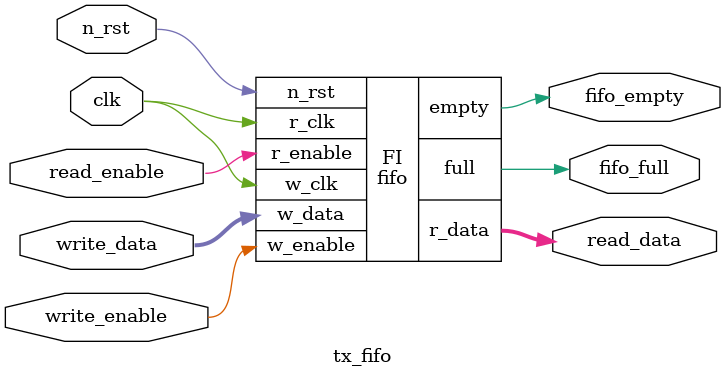
<source format=v>

module fiforam ( wclk, wenable, waddr, raddr, wdata, rdata );
  input [2:0] waddr;
  input [2:0] raddr;
  input [7:0] wdata;
  output [7:0] rdata;
  input wclk, wenable;
  wire   \fiforeg[0][7] , \fiforeg[0][6] , \fiforeg[0][5] , \fiforeg[0][4] ,
         \fiforeg[0][3] , \fiforeg[0][2] , \fiforeg[0][1] , \fiforeg[0][0] ,
         \fiforeg[1][7] , \fiforeg[1][6] , \fiforeg[1][5] , \fiforeg[1][4] ,
         \fiforeg[1][3] , \fiforeg[1][2] , \fiforeg[1][1] , \fiforeg[1][0] ,
         \fiforeg[2][7] , \fiforeg[2][6] , \fiforeg[2][5] , \fiforeg[2][4] ,
         \fiforeg[2][3] , \fiforeg[2][2] , \fiforeg[2][1] , \fiforeg[2][0] ,
         \fiforeg[3][7] , \fiforeg[3][6] , \fiforeg[3][5] , \fiforeg[3][4] ,
         \fiforeg[3][3] , \fiforeg[3][2] , \fiforeg[3][1] , \fiforeg[3][0] ,
         \fiforeg[4][7] , \fiforeg[4][6] , \fiforeg[4][5] , \fiforeg[4][4] ,
         \fiforeg[4][3] , \fiforeg[4][2] , \fiforeg[4][1] , \fiforeg[4][0] ,
         \fiforeg[5][7] , \fiforeg[5][6] , \fiforeg[5][5] , \fiforeg[5][4] ,
         \fiforeg[5][3] , \fiforeg[5][2] , \fiforeg[5][1] , \fiforeg[5][0] ,
         \fiforeg[6][7] , \fiforeg[6][6] , \fiforeg[6][5] , \fiforeg[6][4] ,
         \fiforeg[6][3] , \fiforeg[6][2] , \fiforeg[6][1] , \fiforeg[6][0] ,
         \fiforeg[7][7] , \fiforeg[7][6] , \fiforeg[7][5] , \fiforeg[7][4] ,
         \fiforeg[7][3] , \fiforeg[7][2] , \fiforeg[7][1] , \fiforeg[7][0] ,
         n212, n213, n214, n215, n216, n217, n218, n219, n220, n221, n222,
         n223, n224, n225, n226, n227, n228, n229, n230, n231, n232, n233,
         n234, n235, n236, n237, n238, n239, n240, n241, n242, n243, n244,
         n245, n246, n247, n248, n249, n250, n251, n252, n253, n254, n255,
         n256, n257, n258, n259, n260, n261, n262, n263, n264, n265, n266,
         n267, n268, n269, n270, n271, n272, n273, n274, n275, n1, n2, n3, n4,
         n5, n6, n7, n8, n9, n10, n11, n12, n13, n14, n15, n16, n17, n18, n19,
         n20, n21, n22, n23, n24, n25, n26, n27, n28, n29, n30, n31, n32, n33,
         n34, n35, n36, n37, n38, n39, n40, n41, n42, n43, n44, n45, n46, n47,
         n48, n49, n50, n51, n52, n53, n54, n55, n56, n57, n58, n59, n60, n61,
         n62, n63, n64, n65, n66, n67, n68, n69, n70, n71, n72, n73, n74, n75,
         n76, n77, n78, n79, n80, n81, n82, n83, n84, n85, n86, n87, n88, n89,
         n90, n91, n92, n93, n94, n95, n96, n97, n98, n99, n100, n101, n102,
         n103, n104, n105, n106, n107, n108, n109, n110, n111, n112, n113,
         n114, n115, n116, n117, n118, n119, n120, n121, n122, n123, n124,
         n125, n126, n127, n128, n129, n130, n131, n132, n133, n134, n135,
         n136, n137, n138, n139, n140, n141, n142, n143, n144, n145, n146,
         n147, n148, n149, n150, n151, n152, n153, n154, n155, n156, n157,
         n158, n159, n160, n161, n162, n163, n164, n165, n166, n167, n168,
         n169, n170, n171, n172, n173, n174, n175, n176, n177, n178, n179,
         n180, n181, n182, n183, n184, n185, n186, n187, n188, n189, n190,
         n191, n192, n193, n194;

  DFFPOSX1 \fiforeg_reg[7][7]  ( .D(n212), .CLK(wclk), .Q(\fiforeg[7][7] ) );
  DFFPOSX1 \fiforeg_reg[6][7]  ( .D(n213), .CLK(wclk), .Q(\fiforeg[6][7] ) );
  DFFPOSX1 \fiforeg_reg[5][7]  ( .D(n214), .CLK(wclk), .Q(\fiforeg[5][7] ) );
  DFFPOSX1 \fiforeg_reg[4][7]  ( .D(n215), .CLK(wclk), .Q(\fiforeg[4][7] ) );
  DFFPOSX1 \fiforeg_reg[3][7]  ( .D(n216), .CLK(wclk), .Q(\fiforeg[3][7] ) );
  DFFPOSX1 \fiforeg_reg[2][7]  ( .D(n217), .CLK(wclk), .Q(\fiforeg[2][7] ) );
  DFFPOSX1 \fiforeg_reg[1][7]  ( .D(n218), .CLK(wclk), .Q(\fiforeg[1][7] ) );
  DFFPOSX1 \fiforeg_reg[0][7]  ( .D(n219), .CLK(wclk), .Q(\fiforeg[0][7] ) );
  DFFPOSX1 \fiforeg_reg[7][6]  ( .D(n220), .CLK(wclk), .Q(\fiforeg[7][6] ) );
  DFFPOSX1 \fiforeg_reg[6][6]  ( .D(n221), .CLK(wclk), .Q(\fiforeg[6][6] ) );
  DFFPOSX1 \fiforeg_reg[5][6]  ( .D(n222), .CLK(wclk), .Q(\fiforeg[5][6] ) );
  DFFPOSX1 \fiforeg_reg[4][6]  ( .D(n223), .CLK(wclk), .Q(\fiforeg[4][6] ) );
  DFFPOSX1 \fiforeg_reg[3][6]  ( .D(n224), .CLK(wclk), .Q(\fiforeg[3][6] ) );
  DFFPOSX1 \fiforeg_reg[2][6]  ( .D(n225), .CLK(wclk), .Q(\fiforeg[2][6] ) );
  DFFPOSX1 \fiforeg_reg[1][6]  ( .D(n226), .CLK(wclk), .Q(\fiforeg[1][6] ) );
  DFFPOSX1 \fiforeg_reg[0][6]  ( .D(n227), .CLK(wclk), .Q(\fiforeg[0][6] ) );
  DFFPOSX1 \fiforeg_reg[7][5]  ( .D(n228), .CLK(wclk), .Q(\fiforeg[7][5] ) );
  DFFPOSX1 \fiforeg_reg[6][5]  ( .D(n229), .CLK(wclk), .Q(\fiforeg[6][5] ) );
  DFFPOSX1 \fiforeg_reg[5][5]  ( .D(n230), .CLK(wclk), .Q(\fiforeg[5][5] ) );
  DFFPOSX1 \fiforeg_reg[4][5]  ( .D(n231), .CLK(wclk), .Q(\fiforeg[4][5] ) );
  DFFPOSX1 \fiforeg_reg[3][5]  ( .D(n232), .CLK(wclk), .Q(\fiforeg[3][5] ) );
  DFFPOSX1 \fiforeg_reg[2][5]  ( .D(n233), .CLK(wclk), .Q(\fiforeg[2][5] ) );
  DFFPOSX1 \fiforeg_reg[1][5]  ( .D(n234), .CLK(wclk), .Q(\fiforeg[1][5] ) );
  DFFPOSX1 \fiforeg_reg[0][5]  ( .D(n235), .CLK(wclk), .Q(\fiforeg[0][5] ) );
  DFFPOSX1 \fiforeg_reg[7][4]  ( .D(n236), .CLK(wclk), .Q(\fiforeg[7][4] ) );
  DFFPOSX1 \fiforeg_reg[6][4]  ( .D(n237), .CLK(wclk), .Q(\fiforeg[6][4] ) );
  DFFPOSX1 \fiforeg_reg[5][4]  ( .D(n238), .CLK(wclk), .Q(\fiforeg[5][4] ) );
  DFFPOSX1 \fiforeg_reg[4][4]  ( .D(n239), .CLK(wclk), .Q(\fiforeg[4][4] ) );
  DFFPOSX1 \fiforeg_reg[3][4]  ( .D(n240), .CLK(wclk), .Q(\fiforeg[3][4] ) );
  DFFPOSX1 \fiforeg_reg[2][4]  ( .D(n241), .CLK(wclk), .Q(\fiforeg[2][4] ) );
  DFFPOSX1 \fiforeg_reg[1][4]  ( .D(n242), .CLK(wclk), .Q(\fiforeg[1][4] ) );
  DFFPOSX1 \fiforeg_reg[0][4]  ( .D(n243), .CLK(wclk), .Q(\fiforeg[0][4] ) );
  DFFPOSX1 \fiforeg_reg[7][3]  ( .D(n244), .CLK(wclk), .Q(\fiforeg[7][3] ) );
  DFFPOSX1 \fiforeg_reg[6][3]  ( .D(n245), .CLK(wclk), .Q(\fiforeg[6][3] ) );
  DFFPOSX1 \fiforeg_reg[5][3]  ( .D(n246), .CLK(wclk), .Q(\fiforeg[5][3] ) );
  DFFPOSX1 \fiforeg_reg[4][3]  ( .D(n247), .CLK(wclk), .Q(\fiforeg[4][3] ) );
  DFFPOSX1 \fiforeg_reg[3][3]  ( .D(n248), .CLK(wclk), .Q(\fiforeg[3][3] ) );
  DFFPOSX1 \fiforeg_reg[2][3]  ( .D(n249), .CLK(wclk), .Q(\fiforeg[2][3] ) );
  DFFPOSX1 \fiforeg_reg[1][3]  ( .D(n250), .CLK(wclk), .Q(\fiforeg[1][3] ) );
  DFFPOSX1 \fiforeg_reg[0][3]  ( .D(n251), .CLK(wclk), .Q(\fiforeg[0][3] ) );
  DFFPOSX1 \fiforeg_reg[7][2]  ( .D(n252), .CLK(wclk), .Q(\fiforeg[7][2] ) );
  DFFPOSX1 \fiforeg_reg[6][2]  ( .D(n253), .CLK(wclk), .Q(\fiforeg[6][2] ) );
  DFFPOSX1 \fiforeg_reg[5][2]  ( .D(n254), .CLK(wclk), .Q(\fiforeg[5][2] ) );
  DFFPOSX1 \fiforeg_reg[4][2]  ( .D(n255), .CLK(wclk), .Q(\fiforeg[4][2] ) );
  DFFPOSX1 \fiforeg_reg[3][2]  ( .D(n256), .CLK(wclk), .Q(\fiforeg[3][2] ) );
  DFFPOSX1 \fiforeg_reg[2][2]  ( .D(n257), .CLK(wclk), .Q(\fiforeg[2][2] ) );
  DFFPOSX1 \fiforeg_reg[1][2]  ( .D(n258), .CLK(wclk), .Q(\fiforeg[1][2] ) );
  DFFPOSX1 \fiforeg_reg[0][2]  ( .D(n259), .CLK(wclk), .Q(\fiforeg[0][2] ) );
  DFFPOSX1 \fiforeg_reg[7][1]  ( .D(n260), .CLK(wclk), .Q(\fiforeg[7][1] ) );
  DFFPOSX1 \fiforeg_reg[6][1]  ( .D(n261), .CLK(wclk), .Q(\fiforeg[6][1] ) );
  DFFPOSX1 \fiforeg_reg[5][1]  ( .D(n262), .CLK(wclk), .Q(\fiforeg[5][1] ) );
  DFFPOSX1 \fiforeg_reg[4][1]  ( .D(n263), .CLK(wclk), .Q(\fiforeg[4][1] ) );
  DFFPOSX1 \fiforeg_reg[3][1]  ( .D(n264), .CLK(wclk), .Q(\fiforeg[3][1] ) );
  DFFPOSX1 \fiforeg_reg[2][1]  ( .D(n265), .CLK(wclk), .Q(\fiforeg[2][1] ) );
  DFFPOSX1 \fiforeg_reg[1][1]  ( .D(n266), .CLK(wclk), .Q(\fiforeg[1][1] ) );
  DFFPOSX1 \fiforeg_reg[0][1]  ( .D(n267), .CLK(wclk), .Q(\fiforeg[0][1] ) );
  DFFPOSX1 \fiforeg_reg[7][0]  ( .D(n275), .CLK(wclk), .Q(\fiforeg[7][0] ) );
  DFFPOSX1 \fiforeg_reg[6][0]  ( .D(n268), .CLK(wclk), .Q(\fiforeg[6][0] ) );
  DFFPOSX1 \fiforeg_reg[5][0]  ( .D(n269), .CLK(wclk), .Q(\fiforeg[5][0] ) );
  DFFPOSX1 \fiforeg_reg[4][0]  ( .D(n270), .CLK(wclk), .Q(\fiforeg[4][0] ) );
  DFFPOSX1 \fiforeg_reg[3][0]  ( .D(n271), .CLK(wclk), .Q(\fiforeg[3][0] ) );
  DFFPOSX1 \fiforeg_reg[2][0]  ( .D(n272), .CLK(wclk), .Q(\fiforeg[2][0] ) );
  DFFPOSX1 \fiforeg_reg[1][0]  ( .D(n273), .CLK(wclk), .Q(\fiforeg[1][0] ) );
  DFFPOSX1 \fiforeg_reg[0][0]  ( .D(n274), .CLK(wclk), .Q(\fiforeg[0][0] ) );
  BUFX2 U2 ( .A(n98), .Y(n1) );
  BUFX2 U3 ( .A(n96), .Y(n2) );
  BUFX2 U4 ( .A(n97), .Y(n3) );
  BUFX2 U5 ( .A(n95), .Y(n4) );
  NAND3X1 U6 ( .A(n5), .B(n6), .C(n7), .Y(rdata[7]) );
  NOR2X1 U7 ( .A(n8), .B(n9), .Y(n7) );
  OAI22X1 U8 ( .A(n10), .B(n11), .C(n12), .D(n13), .Y(n9) );
  OAI22X1 U9 ( .A(n14), .B(n15), .C(n16), .D(n17), .Y(n8) );
  AOI22X1 U10 ( .A(\fiforeg[5][7] ), .B(n18), .C(\fiforeg[4][7] ), .D(n19), 
        .Y(n6) );
  AOI22X1 U11 ( .A(\fiforeg[7][7] ), .B(n20), .C(\fiforeg[6][7] ), .D(n21), 
        .Y(n5) );
  NAND3X1 U12 ( .A(n22), .B(n23), .C(n24), .Y(rdata[6]) );
  NOR2X1 U13 ( .A(n25), .B(n26), .Y(n24) );
  OAI22X1 U14 ( .A(n10), .B(n27), .C(n12), .D(n28), .Y(n26) );
  OAI22X1 U15 ( .A(n14), .B(n29), .C(n16), .D(n30), .Y(n25) );
  AOI22X1 U16 ( .A(\fiforeg[5][6] ), .B(n18), .C(\fiforeg[4][6] ), .D(n19), 
        .Y(n23) );
  AOI22X1 U17 ( .A(\fiforeg[7][6] ), .B(n20), .C(\fiforeg[6][6] ), .D(n21), 
        .Y(n22) );
  NAND3X1 U18 ( .A(n31), .B(n32), .C(n33), .Y(rdata[5]) );
  NOR2X1 U19 ( .A(n34), .B(n35), .Y(n33) );
  OAI22X1 U20 ( .A(n10), .B(n36), .C(n12), .D(n37), .Y(n35) );
  OAI22X1 U21 ( .A(n14), .B(n38), .C(n16), .D(n39), .Y(n34) );
  AOI22X1 U22 ( .A(\fiforeg[5][5] ), .B(n18), .C(\fiforeg[4][5] ), .D(n19), 
        .Y(n32) );
  AOI22X1 U23 ( .A(\fiforeg[7][5] ), .B(n20), .C(\fiforeg[6][5] ), .D(n21), 
        .Y(n31) );
  NAND3X1 U24 ( .A(n40), .B(n41), .C(n42), .Y(rdata[4]) );
  NOR2X1 U25 ( .A(n43), .B(n44), .Y(n42) );
  OAI22X1 U26 ( .A(n10), .B(n45), .C(n12), .D(n46), .Y(n44) );
  OAI22X1 U27 ( .A(n14), .B(n47), .C(n16), .D(n48), .Y(n43) );
  AOI22X1 U28 ( .A(\fiforeg[5][4] ), .B(n18), .C(\fiforeg[4][4] ), .D(n19), 
        .Y(n41) );
  AOI22X1 U29 ( .A(\fiforeg[7][4] ), .B(n20), .C(\fiforeg[6][4] ), .D(n21), 
        .Y(n40) );
  NAND3X1 U30 ( .A(n49), .B(n50), .C(n51), .Y(rdata[3]) );
  NOR2X1 U31 ( .A(n52), .B(n53), .Y(n51) );
  OAI22X1 U32 ( .A(n10), .B(n54), .C(n12), .D(n55), .Y(n53) );
  OAI22X1 U33 ( .A(n14), .B(n56), .C(n16), .D(n57), .Y(n52) );
  AOI22X1 U34 ( .A(\fiforeg[5][3] ), .B(n18), .C(\fiforeg[4][3] ), .D(n19), 
        .Y(n50) );
  AOI22X1 U35 ( .A(\fiforeg[7][3] ), .B(n20), .C(\fiforeg[6][3] ), .D(n21), 
        .Y(n49) );
  NAND3X1 U36 ( .A(n58), .B(n59), .C(n60), .Y(rdata[2]) );
  NOR2X1 U37 ( .A(n61), .B(n62), .Y(n60) );
  OAI22X1 U38 ( .A(n10), .B(n63), .C(n12), .D(n64), .Y(n62) );
  OAI22X1 U39 ( .A(n14), .B(n65), .C(n16), .D(n66), .Y(n61) );
  AOI22X1 U40 ( .A(\fiforeg[5][2] ), .B(n18), .C(\fiforeg[4][2] ), .D(n19), 
        .Y(n59) );
  AOI22X1 U41 ( .A(\fiforeg[7][2] ), .B(n20), .C(\fiforeg[6][2] ), .D(n21), 
        .Y(n58) );
  NAND3X1 U42 ( .A(n67), .B(n68), .C(n69), .Y(rdata[1]) );
  NOR2X1 U43 ( .A(n70), .B(n71), .Y(n69) );
  OAI22X1 U44 ( .A(n10), .B(n72), .C(n12), .D(n73), .Y(n71) );
  OAI22X1 U45 ( .A(n14), .B(n74), .C(n16), .D(n75), .Y(n70) );
  AOI22X1 U46 ( .A(\fiforeg[5][1] ), .B(n18), .C(\fiforeg[4][1] ), .D(n19), 
        .Y(n68) );
  AOI22X1 U47 ( .A(\fiforeg[7][1] ), .B(n20), .C(\fiforeg[6][1] ), .D(n21), 
        .Y(n67) );
  NAND3X1 U48 ( .A(n76), .B(n77), .C(n78), .Y(rdata[0]) );
  NOR2X1 U49 ( .A(n79), .B(n80), .Y(n78) );
  OAI22X1 U50 ( .A(n10), .B(n81), .C(n12), .D(n82), .Y(n80) );
  NAND3X1 U51 ( .A(n83), .B(n84), .C(n85), .Y(n12) );
  NAND3X1 U52 ( .A(n83), .B(n84), .C(raddr[0]), .Y(n10) );
  OAI22X1 U53 ( .A(n14), .B(n86), .C(n16), .D(n87), .Y(n79) );
  NAND3X1 U54 ( .A(n85), .B(n84), .C(raddr[1]), .Y(n16) );
  NAND3X1 U55 ( .A(raddr[0]), .B(n84), .C(raddr[1]), .Y(n14) );
  INVX1 U56 ( .A(raddr[2]), .Y(n84) );
  AOI22X1 U57 ( .A(\fiforeg[5][0] ), .B(n18), .C(\fiforeg[4][0] ), .D(n19), 
        .Y(n77) );
  INVX1 U58 ( .A(n88), .Y(n19) );
  NAND3X1 U59 ( .A(n85), .B(n83), .C(raddr[2]), .Y(n88) );
  INVX1 U60 ( .A(n89), .Y(n18) );
  NAND3X1 U61 ( .A(raddr[0]), .B(n83), .C(raddr[2]), .Y(n89) );
  INVX1 U62 ( .A(raddr[1]), .Y(n83) );
  AOI22X1 U63 ( .A(\fiforeg[7][0] ), .B(n20), .C(\fiforeg[6][0] ), .D(n21), 
        .Y(n76) );
  INVX1 U64 ( .A(n90), .Y(n21) );
  NAND3X1 U65 ( .A(raddr[2]), .B(n85), .C(raddr[1]), .Y(n90) );
  INVX1 U66 ( .A(raddr[0]), .Y(n85) );
  INVX1 U67 ( .A(n91), .Y(n20) );
  NAND3X1 U68 ( .A(raddr[2]), .B(raddr[0]), .C(raddr[1]), .Y(n91) );
  MUX2X1 U69 ( .B(n92), .A(n93), .S(n94), .Y(n275) );
  INVX1 U70 ( .A(\fiforeg[7][0] ), .Y(n93) );
  MUX2X1 U71 ( .B(n92), .A(n82), .S(n4), .Y(n274) );
  MUX2X1 U72 ( .B(n92), .A(n81), .S(n2), .Y(n273) );
  MUX2X1 U73 ( .B(n92), .A(n87), .S(n3), .Y(n272) );
  MUX2X1 U74 ( .B(n92), .A(n86), .S(n1), .Y(n271) );
  MUX2X1 U75 ( .B(n92), .A(n99), .S(n100), .Y(n270) );
  INVX1 U76 ( .A(\fiforeg[4][0] ), .Y(n99) );
  MUX2X1 U77 ( .B(n92), .A(n101), .S(n102), .Y(n269) );
  INVX1 U78 ( .A(\fiforeg[5][0] ), .Y(n101) );
  MUX2X1 U79 ( .B(n92), .A(n103), .S(n104), .Y(n268) );
  INVX1 U80 ( .A(\fiforeg[6][0] ), .Y(n103) );
  MUX2X1 U81 ( .B(n105), .A(wdata[0]), .S(wenable), .Y(n92) );
  NAND3X1 U82 ( .A(n106), .B(n107), .C(n108), .Y(n105) );
  NOR2X1 U83 ( .A(n109), .B(n110), .Y(n108) );
  OAI22X1 U84 ( .A(n81), .B(n2), .C(n82), .D(n4), .Y(n110) );
  INVX1 U85 ( .A(\fiforeg[0][0] ), .Y(n82) );
  INVX1 U86 ( .A(\fiforeg[1][0] ), .Y(n81) );
  OAI22X1 U87 ( .A(n86), .B(n1), .C(n87), .D(n3), .Y(n109) );
  INVX1 U88 ( .A(\fiforeg[2][0] ), .Y(n87) );
  INVX1 U89 ( .A(\fiforeg[3][0] ), .Y(n86) );
  AOI22X1 U90 ( .A(n111), .B(\fiforeg[6][0] ), .C(n112), .D(\fiforeg[4][0] ), 
        .Y(n107) );
  AOI22X1 U91 ( .A(n113), .B(\fiforeg[5][0] ), .C(n114), .D(\fiforeg[7][0] ), 
        .Y(n106) );
  MUX2X1 U92 ( .B(n115), .A(n73), .S(n4), .Y(n267) );
  MUX2X1 U93 ( .B(n115), .A(n72), .S(n2), .Y(n266) );
  MUX2X1 U94 ( .B(n115), .A(n75), .S(n3), .Y(n265) );
  MUX2X1 U95 ( .B(n115), .A(n74), .S(n1), .Y(n264) );
  MUX2X1 U96 ( .B(n115), .A(n116), .S(n100), .Y(n263) );
  INVX1 U97 ( .A(\fiforeg[4][1] ), .Y(n116) );
  MUX2X1 U98 ( .B(n115), .A(n117), .S(n102), .Y(n262) );
  INVX1 U99 ( .A(\fiforeg[5][1] ), .Y(n117) );
  MUX2X1 U100 ( .B(n115), .A(n118), .S(n104), .Y(n261) );
  INVX1 U101 ( .A(\fiforeg[6][1] ), .Y(n118) );
  MUX2X1 U102 ( .B(n115), .A(n119), .S(n94), .Y(n260) );
  INVX1 U103 ( .A(\fiforeg[7][1] ), .Y(n119) );
  MUX2X1 U104 ( .B(n120), .A(wdata[1]), .S(wenable), .Y(n115) );
  NAND3X1 U105 ( .A(n121), .B(n122), .C(n123), .Y(n120) );
  NOR2X1 U106 ( .A(n124), .B(n125), .Y(n123) );
  OAI22X1 U107 ( .A(n72), .B(n2), .C(n73), .D(n4), .Y(n125) );
  INVX1 U108 ( .A(\fiforeg[0][1] ), .Y(n73) );
  INVX1 U109 ( .A(\fiforeg[1][1] ), .Y(n72) );
  OAI22X1 U110 ( .A(n74), .B(n1), .C(n75), .D(n3), .Y(n124) );
  INVX1 U111 ( .A(\fiforeg[2][1] ), .Y(n75) );
  INVX1 U112 ( .A(\fiforeg[3][1] ), .Y(n74) );
  AOI22X1 U113 ( .A(n111), .B(\fiforeg[6][1] ), .C(n112), .D(\fiforeg[4][1] ), 
        .Y(n122) );
  AOI22X1 U114 ( .A(n113), .B(\fiforeg[5][1] ), .C(n114), .D(\fiforeg[7][1] ), 
        .Y(n121) );
  MUX2X1 U115 ( .B(n126), .A(n64), .S(n4), .Y(n259) );
  MUX2X1 U116 ( .B(n126), .A(n63), .S(n2), .Y(n258) );
  MUX2X1 U117 ( .B(n126), .A(n66), .S(n3), .Y(n257) );
  MUX2X1 U118 ( .B(n126), .A(n65), .S(n1), .Y(n256) );
  MUX2X1 U119 ( .B(n126), .A(n127), .S(n100), .Y(n255) );
  INVX1 U120 ( .A(\fiforeg[4][2] ), .Y(n127) );
  MUX2X1 U121 ( .B(n126), .A(n128), .S(n102), .Y(n254) );
  INVX1 U122 ( .A(\fiforeg[5][2] ), .Y(n128) );
  MUX2X1 U123 ( .B(n126), .A(n129), .S(n104), .Y(n253) );
  INVX1 U124 ( .A(\fiforeg[6][2] ), .Y(n129) );
  MUX2X1 U125 ( .B(n126), .A(n130), .S(n94), .Y(n252) );
  INVX1 U126 ( .A(\fiforeg[7][2] ), .Y(n130) );
  MUX2X1 U127 ( .B(n131), .A(wdata[2]), .S(wenable), .Y(n126) );
  NAND3X1 U128 ( .A(n132), .B(n133), .C(n134), .Y(n131) );
  NOR2X1 U129 ( .A(n135), .B(n136), .Y(n134) );
  OAI22X1 U130 ( .A(n63), .B(n2), .C(n64), .D(n4), .Y(n136) );
  INVX1 U131 ( .A(\fiforeg[0][2] ), .Y(n64) );
  INVX1 U132 ( .A(\fiforeg[1][2] ), .Y(n63) );
  OAI22X1 U133 ( .A(n65), .B(n1), .C(n66), .D(n3), .Y(n135) );
  INVX1 U134 ( .A(\fiforeg[2][2] ), .Y(n66) );
  INVX1 U135 ( .A(\fiforeg[3][2] ), .Y(n65) );
  AOI22X1 U136 ( .A(n111), .B(\fiforeg[6][2] ), .C(n112), .D(\fiforeg[4][2] ), 
        .Y(n133) );
  AOI22X1 U137 ( .A(n113), .B(\fiforeg[5][2] ), .C(n114), .D(\fiforeg[7][2] ), 
        .Y(n132) );
  MUX2X1 U138 ( .B(n137), .A(n55), .S(n4), .Y(n251) );
  MUX2X1 U139 ( .B(n137), .A(n54), .S(n2), .Y(n250) );
  MUX2X1 U140 ( .B(n137), .A(n57), .S(n3), .Y(n249) );
  MUX2X1 U141 ( .B(n137), .A(n56), .S(n1), .Y(n248) );
  MUX2X1 U142 ( .B(n137), .A(n138), .S(n100), .Y(n247) );
  INVX1 U143 ( .A(\fiforeg[4][3] ), .Y(n138) );
  MUX2X1 U144 ( .B(n137), .A(n139), .S(n102), .Y(n246) );
  INVX1 U145 ( .A(\fiforeg[5][3] ), .Y(n139) );
  MUX2X1 U146 ( .B(n137), .A(n140), .S(n104), .Y(n245) );
  INVX1 U147 ( .A(\fiforeg[6][3] ), .Y(n140) );
  MUX2X1 U148 ( .B(n137), .A(n141), .S(n94), .Y(n244) );
  INVX1 U149 ( .A(\fiforeg[7][3] ), .Y(n141) );
  MUX2X1 U150 ( .B(n142), .A(wdata[3]), .S(wenable), .Y(n137) );
  NAND3X1 U151 ( .A(n143), .B(n144), .C(n145), .Y(n142) );
  NOR2X1 U152 ( .A(n146), .B(n147), .Y(n145) );
  OAI22X1 U153 ( .A(n54), .B(n2), .C(n55), .D(n4), .Y(n147) );
  INVX1 U154 ( .A(\fiforeg[0][3] ), .Y(n55) );
  INVX1 U155 ( .A(\fiforeg[1][3] ), .Y(n54) );
  OAI22X1 U156 ( .A(n56), .B(n1), .C(n57), .D(n3), .Y(n146) );
  INVX1 U157 ( .A(\fiforeg[2][3] ), .Y(n57) );
  INVX1 U158 ( .A(\fiforeg[3][3] ), .Y(n56) );
  AOI22X1 U159 ( .A(n111), .B(\fiforeg[6][3] ), .C(n112), .D(\fiforeg[4][3] ), 
        .Y(n144) );
  AOI22X1 U160 ( .A(n113), .B(\fiforeg[5][3] ), .C(n114), .D(\fiforeg[7][3] ), 
        .Y(n143) );
  MUX2X1 U161 ( .B(n148), .A(n46), .S(n4), .Y(n243) );
  MUX2X1 U162 ( .B(n148), .A(n45), .S(n2), .Y(n242) );
  MUX2X1 U163 ( .B(n148), .A(n48), .S(n3), .Y(n241) );
  MUX2X1 U164 ( .B(n148), .A(n47), .S(n1), .Y(n240) );
  MUX2X1 U165 ( .B(n148), .A(n149), .S(n100), .Y(n239) );
  INVX1 U166 ( .A(\fiforeg[4][4] ), .Y(n149) );
  MUX2X1 U167 ( .B(n148), .A(n150), .S(n102), .Y(n238) );
  INVX1 U168 ( .A(\fiforeg[5][4] ), .Y(n150) );
  MUX2X1 U169 ( .B(n148), .A(n151), .S(n104), .Y(n237) );
  INVX1 U170 ( .A(\fiforeg[6][4] ), .Y(n151) );
  MUX2X1 U171 ( .B(n148), .A(n152), .S(n94), .Y(n236) );
  INVX1 U172 ( .A(\fiforeg[7][4] ), .Y(n152) );
  MUX2X1 U173 ( .B(n153), .A(wdata[4]), .S(wenable), .Y(n148) );
  NAND3X1 U174 ( .A(n154), .B(n155), .C(n156), .Y(n153) );
  NOR2X1 U175 ( .A(n157), .B(n158), .Y(n156) );
  OAI22X1 U176 ( .A(n45), .B(n2), .C(n46), .D(n4), .Y(n158) );
  INVX1 U177 ( .A(\fiforeg[0][4] ), .Y(n46) );
  INVX1 U178 ( .A(\fiforeg[1][4] ), .Y(n45) );
  OAI22X1 U179 ( .A(n47), .B(n1), .C(n48), .D(n3), .Y(n157) );
  INVX1 U180 ( .A(\fiforeg[2][4] ), .Y(n48) );
  INVX1 U181 ( .A(\fiforeg[3][4] ), .Y(n47) );
  AOI22X1 U182 ( .A(n111), .B(\fiforeg[6][4] ), .C(n112), .D(\fiforeg[4][4] ), 
        .Y(n155) );
  AOI22X1 U183 ( .A(n113), .B(\fiforeg[5][4] ), .C(n114), .D(\fiforeg[7][4] ), 
        .Y(n154) );
  MUX2X1 U184 ( .B(n159), .A(n37), .S(n4), .Y(n235) );
  MUX2X1 U185 ( .B(n159), .A(n36), .S(n2), .Y(n234) );
  MUX2X1 U186 ( .B(n159), .A(n39), .S(n3), .Y(n233) );
  MUX2X1 U187 ( .B(n159), .A(n38), .S(n1), .Y(n232) );
  MUX2X1 U188 ( .B(n159), .A(n160), .S(n100), .Y(n231) );
  INVX1 U189 ( .A(\fiforeg[4][5] ), .Y(n160) );
  MUX2X1 U190 ( .B(n159), .A(n161), .S(n102), .Y(n230) );
  INVX1 U191 ( .A(\fiforeg[5][5] ), .Y(n161) );
  MUX2X1 U192 ( .B(n159), .A(n162), .S(n104), .Y(n229) );
  INVX1 U193 ( .A(\fiforeg[6][5] ), .Y(n162) );
  MUX2X1 U194 ( .B(n159), .A(n163), .S(n94), .Y(n228) );
  INVX1 U195 ( .A(\fiforeg[7][5] ), .Y(n163) );
  MUX2X1 U196 ( .B(n164), .A(wdata[5]), .S(wenable), .Y(n159) );
  NAND3X1 U197 ( .A(n165), .B(n166), .C(n167), .Y(n164) );
  NOR2X1 U198 ( .A(n168), .B(n169), .Y(n167) );
  OAI22X1 U199 ( .A(n36), .B(n2), .C(n37), .D(n4), .Y(n169) );
  INVX1 U200 ( .A(\fiforeg[0][5] ), .Y(n37) );
  INVX1 U201 ( .A(\fiforeg[1][5] ), .Y(n36) );
  OAI22X1 U202 ( .A(n38), .B(n1), .C(n39), .D(n3), .Y(n168) );
  INVX1 U203 ( .A(\fiforeg[2][5] ), .Y(n39) );
  INVX1 U204 ( .A(\fiforeg[3][5] ), .Y(n38) );
  AOI22X1 U205 ( .A(n111), .B(\fiforeg[6][5] ), .C(n112), .D(\fiforeg[4][5] ), 
        .Y(n166) );
  AOI22X1 U206 ( .A(n113), .B(\fiforeg[5][5] ), .C(n114), .D(\fiforeg[7][5] ), 
        .Y(n165) );
  MUX2X1 U207 ( .B(n170), .A(n28), .S(n4), .Y(n227) );
  MUX2X1 U208 ( .B(n170), .A(n27), .S(n2), .Y(n226) );
  MUX2X1 U209 ( .B(n170), .A(n30), .S(n3), .Y(n225) );
  MUX2X1 U210 ( .B(n170), .A(n29), .S(n1), .Y(n224) );
  MUX2X1 U211 ( .B(n170), .A(n171), .S(n100), .Y(n223) );
  INVX1 U212 ( .A(\fiforeg[4][6] ), .Y(n171) );
  MUX2X1 U213 ( .B(n170), .A(n172), .S(n102), .Y(n222) );
  INVX1 U214 ( .A(\fiforeg[5][6] ), .Y(n172) );
  MUX2X1 U215 ( .B(n170), .A(n173), .S(n104), .Y(n221) );
  INVX1 U216 ( .A(\fiforeg[6][6] ), .Y(n173) );
  MUX2X1 U217 ( .B(n170), .A(n174), .S(n94), .Y(n220) );
  INVX1 U218 ( .A(\fiforeg[7][6] ), .Y(n174) );
  MUX2X1 U219 ( .B(n175), .A(wdata[6]), .S(wenable), .Y(n170) );
  NAND3X1 U220 ( .A(n176), .B(n177), .C(n178), .Y(n175) );
  NOR2X1 U221 ( .A(n179), .B(n180), .Y(n178) );
  OAI22X1 U222 ( .A(n27), .B(n2), .C(n28), .D(n4), .Y(n180) );
  INVX1 U223 ( .A(\fiforeg[0][6] ), .Y(n28) );
  INVX1 U224 ( .A(\fiforeg[1][6] ), .Y(n27) );
  OAI22X1 U225 ( .A(n29), .B(n1), .C(n30), .D(n3), .Y(n179) );
  INVX1 U226 ( .A(\fiforeg[2][6] ), .Y(n30) );
  INVX1 U227 ( .A(\fiforeg[3][6] ), .Y(n29) );
  AOI22X1 U228 ( .A(n111), .B(\fiforeg[6][6] ), .C(n112), .D(\fiforeg[4][6] ), 
        .Y(n177) );
  AOI22X1 U229 ( .A(n113), .B(\fiforeg[5][6] ), .C(n114), .D(\fiforeg[7][6] ), 
        .Y(n176) );
  MUX2X1 U230 ( .B(n181), .A(n13), .S(n4), .Y(n219) );
  MUX2X1 U231 ( .B(n181), .A(n11), .S(n2), .Y(n218) );
  MUX2X1 U232 ( .B(n181), .A(n17), .S(n3), .Y(n217) );
  MUX2X1 U233 ( .B(n181), .A(n15), .S(n1), .Y(n216) );
  MUX2X1 U234 ( .B(n181), .A(n182), .S(n100), .Y(n215) );
  INVX1 U235 ( .A(\fiforeg[4][7] ), .Y(n182) );
  MUX2X1 U236 ( .B(n181), .A(n183), .S(n102), .Y(n214) );
  INVX1 U237 ( .A(\fiforeg[5][7] ), .Y(n183) );
  MUX2X1 U238 ( .B(n181), .A(n184), .S(n104), .Y(n213) );
  INVX1 U239 ( .A(\fiforeg[6][7] ), .Y(n184) );
  MUX2X1 U240 ( .B(n181), .A(n185), .S(n94), .Y(n212) );
  INVX1 U241 ( .A(\fiforeg[7][7] ), .Y(n185) );
  MUX2X1 U242 ( .B(n186), .A(wdata[7]), .S(wenable), .Y(n181) );
  NAND3X1 U243 ( .A(n187), .B(n188), .C(n189), .Y(n186) );
  NOR2X1 U244 ( .A(n190), .B(n191), .Y(n189) );
  OAI22X1 U245 ( .A(n11), .B(n2), .C(n13), .D(n4), .Y(n191) );
  NAND3X1 U246 ( .A(n192), .B(n193), .C(n194), .Y(n95) );
  INVX1 U247 ( .A(\fiforeg[0][7] ), .Y(n13) );
  NAND3X1 U248 ( .A(n192), .B(n193), .C(waddr[0]), .Y(n96) );
  INVX1 U249 ( .A(\fiforeg[1][7] ), .Y(n11) );
  OAI22X1 U250 ( .A(n15), .B(n1), .C(n17), .D(n3), .Y(n190) );
  NAND3X1 U251 ( .A(n194), .B(n193), .C(waddr[1]), .Y(n97) );
  INVX1 U252 ( .A(\fiforeg[2][7] ), .Y(n17) );
  NAND3X1 U253 ( .A(waddr[0]), .B(n193), .C(waddr[1]), .Y(n98) );
  INVX1 U254 ( .A(waddr[2]), .Y(n193) );
  INVX1 U255 ( .A(\fiforeg[3][7] ), .Y(n15) );
  AOI22X1 U256 ( .A(n111), .B(\fiforeg[6][7] ), .C(n112), .D(\fiforeg[4][7] ), 
        .Y(n188) );
  INVX1 U257 ( .A(n100), .Y(n112) );
  NAND3X1 U258 ( .A(n194), .B(n192), .C(waddr[2]), .Y(n100) );
  INVX1 U259 ( .A(n104), .Y(n111) );
  NAND3X1 U260 ( .A(waddr[1]), .B(n194), .C(waddr[2]), .Y(n104) );
  INVX1 U261 ( .A(waddr[0]), .Y(n194) );
  AOI22X1 U262 ( .A(n113), .B(\fiforeg[5][7] ), .C(n114), .D(\fiforeg[7][7] ), 
        .Y(n187) );
  INVX1 U263 ( .A(n94), .Y(n114) );
  NAND3X1 U264 ( .A(waddr[1]), .B(waddr[0]), .C(waddr[2]), .Y(n94) );
  INVX1 U265 ( .A(n102), .Y(n113) );
  NAND3X1 U266 ( .A(waddr[0]), .B(n192), .C(waddr[2]), .Y(n102) );
  INVX1 U267 ( .A(waddr[1]), .Y(n192) );
endmodule


module write_ptr ( wclk, rst_n, wenable, wptr, wptr_nxt );
  output [3:0] wptr;
  output [3:0] wptr_nxt;
  input wclk, rst_n, wenable;
  wire   n9, n10, n11, n12;
  wire   [2:0] binary_nxt;
  wire   [3:0] binary_r;

  DFFSR \binary_r_reg[0]  ( .D(binary_nxt[0]), .CLK(wclk), .R(rst_n), .S(1'b1), 
        .Q(binary_r[0]) );
  DFFSR \binary_r_reg[1]  ( .D(binary_nxt[1]), .CLK(wclk), .R(rst_n), .S(1'b1), 
        .Q(binary_r[1]) );
  DFFSR \binary_r_reg[2]  ( .D(binary_nxt[2]), .CLK(wclk), .R(rst_n), .S(1'b1), 
        .Q(binary_r[2]) );
  DFFSR \binary_r_reg[3]  ( .D(wptr_nxt[3]), .CLK(wclk), .R(rst_n), .S(1'b1), 
        .Q(binary_r[3]) );
  DFFSR \gray_r_reg[3]  ( .D(wptr_nxt[3]), .CLK(wclk), .R(rst_n), .S(1'b1), 
        .Q(wptr[3]) );
  DFFSR \gray_r_reg[2]  ( .D(wptr_nxt[2]), .CLK(wclk), .R(rst_n), .S(1'b1), 
        .Q(wptr[2]) );
  DFFSR \gray_r_reg[1]  ( .D(wptr_nxt[1]), .CLK(wclk), .R(rst_n), .S(1'b1), 
        .Q(wptr[1]) );
  DFFSR \gray_r_reg[0]  ( .D(wptr_nxt[0]), .CLK(wclk), .R(rst_n), .S(1'b1), 
        .Q(wptr[0]) );
  XOR2X1 U11 ( .A(wptr_nxt[3]), .B(binary_nxt[2]), .Y(wptr_nxt[2]) );
  XNOR2X1 U12 ( .A(n9), .B(binary_r[3]), .Y(wptr_nxt[3]) );
  NAND2X1 U13 ( .A(binary_r[2]), .B(n10), .Y(n9) );
  XOR2X1 U14 ( .A(binary_nxt[2]), .B(binary_nxt[1]), .Y(wptr_nxt[1]) );
  XOR2X1 U15 ( .A(binary_nxt[1]), .B(binary_nxt[0]), .Y(wptr_nxt[0]) );
  XOR2X1 U16 ( .A(n10), .B(binary_r[2]), .Y(binary_nxt[2]) );
  INVX1 U17 ( .A(n11), .Y(n10) );
  NAND3X1 U18 ( .A(binary_r[1]), .B(binary_r[0]), .C(wenable), .Y(n11) );
  XNOR2X1 U19 ( .A(n12), .B(binary_r[1]), .Y(binary_nxt[1]) );
  NAND2X1 U20 ( .A(wenable), .B(binary_r[0]), .Y(n12) );
  XOR2X1 U21 ( .A(binary_r[0]), .B(wenable), .Y(binary_nxt[0]) );
endmodule


module write_fifo_ctrl ( wclk, rst_n, wenable, rptr, wenable_fifo, wptr, waddr, 
        full_flag );
  input [3:0] rptr;
  output [3:0] wptr;
  output [2:0] waddr;
  input wclk, rst_n, wenable;
  output wenable_fifo, full_flag;
  wire   n22, \gray_wptr[2] , N5, n2, n3, n16, n17, n18, n19, n20, n21;
  wire   [3:0] wptr_nxt;
  wire   [3:0] wrptr_r2;
  wire   [3:0] wrptr_r1;

  write_ptr WPU1 ( .wclk(wclk), .rst_n(rst_n), .wenable(wenable_fifo), .wptr(
        wptr), .wptr_nxt(wptr_nxt) );
  DFFSR \wrptr_r1_reg[3]  ( .D(rptr[3]), .CLK(wclk), .R(rst_n), .S(1'b1), .Q(
        wrptr_r1[3]) );
  DFFSR \wrptr_r1_reg[2]  ( .D(rptr[2]), .CLK(wclk), .R(rst_n), .S(1'b1), .Q(
        wrptr_r1[2]) );
  DFFSR \wrptr_r1_reg[1]  ( .D(rptr[1]), .CLK(wclk), .R(rst_n), .S(1'b1), .Q(
        wrptr_r1[1]) );
  DFFSR \wrptr_r1_reg[0]  ( .D(rptr[0]), .CLK(wclk), .R(rst_n), .S(1'b1), .Q(
        wrptr_r1[0]) );
  DFFSR \wrptr_r2_reg[3]  ( .D(wrptr_r1[3]), .CLK(wclk), .R(rst_n), .S(1'b1), 
        .Q(wrptr_r2[3]) );
  DFFSR \wrptr_r2_reg[2]  ( .D(wrptr_r1[2]), .CLK(wclk), .R(rst_n), .S(1'b1), 
        .Q(wrptr_r2[2]) );
  DFFSR \wrptr_r2_reg[1]  ( .D(wrptr_r1[1]), .CLK(wclk), .R(rst_n), .S(1'b1), 
        .Q(wrptr_r2[1]) );
  DFFSR \wrptr_r2_reg[0]  ( .D(wrptr_r1[0]), .CLK(wclk), .R(rst_n), .S(1'b1), 
        .Q(wrptr_r2[0]) );
  DFFSR full_flag_r_reg ( .D(N5), .CLK(wclk), .R(rst_n), .S(1'b1), .Q(
        full_flag) );
  DFFSR \waddr_reg[2]  ( .D(\gray_wptr[2] ), .CLK(wclk), .R(rst_n), .S(1'b1), 
        .Q(waddr[2]) );
  DFFSR \waddr_reg[1]  ( .D(wptr_nxt[1]), .CLK(wclk), .R(rst_n), .S(1'b1), .Q(
        waddr[1]) );
  DFFSR \waddr_reg[0]  ( .D(wptr_nxt[0]), .CLK(wclk), .R(rst_n), .S(1'b1), .Q(
        waddr[0]) );
  BUFX2 U15 ( .A(n22), .Y(wenable_fifo) );
  NOR2X1 U16 ( .A(full_flag), .B(n2), .Y(n22) );
  INVX1 U17 ( .A(wenable), .Y(n2) );
  NOR2X1 U18 ( .A(n3), .B(n16), .Y(N5) );
  NAND2X1 U19 ( .A(n17), .B(n18), .Y(n16) );
  XOR2X1 U20 ( .A(n19), .B(\gray_wptr[2] ), .Y(n18) );
  XOR2X1 U21 ( .A(wptr_nxt[3]), .B(wptr_nxt[2]), .Y(\gray_wptr[2] ) );
  XNOR2X1 U22 ( .A(wrptr_r2[3]), .B(wrptr_r2[2]), .Y(n19) );
  XNOR2X1 U23 ( .A(wrptr_r2[1]), .B(wptr_nxt[1]), .Y(n17) );
  NAND2X1 U24 ( .A(n20), .B(n21), .Y(n3) );
  XOR2X1 U25 ( .A(wrptr_r2[3]), .B(wptr_nxt[3]), .Y(n21) );
  XNOR2X1 U26 ( .A(wrptr_r2[0]), .B(wptr_nxt[0]), .Y(n20) );
endmodule


module read_ptr ( rclk, rst_n, renable, rptr, rptr_nxt );
  output [3:0] rptr;
  output [3:0] rptr_nxt;
  input rclk, rst_n, renable;
  wire   n9, n10, n11, n12;
  wire   [2:0] binary_nxt;
  wire   [3:0] binary_r;

  DFFSR \binary_r_reg[0]  ( .D(binary_nxt[0]), .CLK(rclk), .R(rst_n), .S(1'b1), 
        .Q(binary_r[0]) );
  DFFSR \binary_r_reg[1]  ( .D(binary_nxt[1]), .CLK(rclk), .R(rst_n), .S(1'b1), 
        .Q(binary_r[1]) );
  DFFSR \binary_r_reg[2]  ( .D(binary_nxt[2]), .CLK(rclk), .R(rst_n), .S(1'b1), 
        .Q(binary_r[2]) );
  DFFSR \binary_r_reg[3]  ( .D(rptr_nxt[3]), .CLK(rclk), .R(rst_n), .S(1'b1), 
        .Q(binary_r[3]) );
  DFFSR \gray_r_reg[3]  ( .D(rptr_nxt[3]), .CLK(rclk), .R(rst_n), .S(1'b1), 
        .Q(rptr[3]) );
  DFFSR \gray_r_reg[2]  ( .D(rptr_nxt[2]), .CLK(rclk), .R(rst_n), .S(1'b1), 
        .Q(rptr[2]) );
  DFFSR \gray_r_reg[1]  ( .D(rptr_nxt[1]), .CLK(rclk), .R(rst_n), .S(1'b1), 
        .Q(rptr[1]) );
  DFFSR \gray_r_reg[0]  ( .D(rptr_nxt[0]), .CLK(rclk), .R(rst_n), .S(1'b1), 
        .Q(rptr[0]) );
  XOR2X1 U11 ( .A(rptr_nxt[3]), .B(binary_nxt[2]), .Y(rptr_nxt[2]) );
  XNOR2X1 U12 ( .A(n9), .B(binary_r[3]), .Y(rptr_nxt[3]) );
  NAND2X1 U13 ( .A(binary_r[2]), .B(n10), .Y(n9) );
  XOR2X1 U14 ( .A(binary_nxt[2]), .B(binary_nxt[1]), .Y(rptr_nxt[1]) );
  XOR2X1 U15 ( .A(binary_nxt[1]), .B(binary_nxt[0]), .Y(rptr_nxt[0]) );
  XOR2X1 U16 ( .A(n10), .B(binary_r[2]), .Y(binary_nxt[2]) );
  INVX1 U17 ( .A(n11), .Y(n10) );
  NAND3X1 U18 ( .A(binary_r[1]), .B(binary_r[0]), .C(renable), .Y(n11) );
  XNOR2X1 U19 ( .A(n12), .B(binary_r[1]), .Y(binary_nxt[1]) );
  NAND2X1 U20 ( .A(renable), .B(binary_r[0]), .Y(n12) );
  XOR2X1 U21 ( .A(binary_r[0]), .B(renable), .Y(binary_nxt[0]) );
endmodule


module read_fifo_ctrl ( rclk, rst_n, renable, wptr, rptr, raddr, empty_flag );
  input [3:0] wptr;
  output [3:0] rptr;
  output [2:0] raddr;
  input rclk, rst_n, renable;
  output empty_flag;
  wire   renable_p2, \gray_rptr[2] , N3, n1, n2, n3, n16, n17, n18, n19, n20;
  wire   [3:0] rptr_nxt;
  wire   [3:0] rwptr_r2;
  wire   [3:0] rwptr_r1;

  read_ptr RPU1 ( .rclk(rclk), .rst_n(rst_n), .renable(renable_p2), .rptr(rptr), .rptr_nxt(rptr_nxt) );
  DFFSR \rwptr_r1_reg[3]  ( .D(wptr[3]), .CLK(rclk), .R(rst_n), .S(1'b1), .Q(
        rwptr_r1[3]) );
  DFFSR \rwptr_r1_reg[2]  ( .D(wptr[2]), .CLK(rclk), .R(rst_n), .S(1'b1), .Q(
        rwptr_r1[2]) );
  DFFSR \rwptr_r1_reg[1]  ( .D(wptr[1]), .CLK(rclk), .R(rst_n), .S(1'b1), .Q(
        rwptr_r1[1]) );
  DFFSR \rwptr_r1_reg[0]  ( .D(wptr[0]), .CLK(rclk), .R(rst_n), .S(1'b1), .Q(
        rwptr_r1[0]) );
  DFFSR \rwptr_r2_reg[3]  ( .D(rwptr_r1[3]), .CLK(rclk), .R(rst_n), .S(1'b1), 
        .Q(rwptr_r2[3]) );
  DFFSR \rwptr_r2_reg[2]  ( .D(rwptr_r1[2]), .CLK(rclk), .R(rst_n), .S(1'b1), 
        .Q(rwptr_r2[2]) );
  DFFSR \rwptr_r2_reg[1]  ( .D(rwptr_r1[1]), .CLK(rclk), .R(rst_n), .S(1'b1), 
        .Q(rwptr_r2[1]) );
  DFFSR \rwptr_r2_reg[0]  ( .D(rwptr_r1[0]), .CLK(rclk), .R(rst_n), .S(1'b1), 
        .Q(rwptr_r2[0]) );
  DFFSR empty_flag_r_reg ( .D(N3), .CLK(rclk), .R(1'b1), .S(rst_n), .Q(
        empty_flag) );
  DFFSR \raddr_reg[2]  ( .D(\gray_rptr[2] ), .CLK(rclk), .R(rst_n), .S(1'b1), 
        .Q(raddr[2]) );
  DFFSR \raddr_reg[1]  ( .D(rptr_nxt[1]), .CLK(rclk), .R(rst_n), .S(1'b1), .Q(
        raddr[1]) );
  DFFSR \raddr_reg[0]  ( .D(rptr_nxt[0]), .CLK(rclk), .R(rst_n), .S(1'b1), .Q(
        raddr[0]) );
  NOR2X1 U15 ( .A(empty_flag), .B(n1), .Y(renable_p2) );
  INVX1 U16 ( .A(renable), .Y(n1) );
  NOR2X1 U17 ( .A(n2), .B(n3), .Y(N3) );
  NAND2X1 U18 ( .A(n16), .B(n17), .Y(n3) );
  XOR2X1 U19 ( .A(n18), .B(\gray_rptr[2] ), .Y(n17) );
  XOR2X1 U20 ( .A(rptr_nxt[3]), .B(rptr_nxt[2]), .Y(\gray_rptr[2] ) );
  XNOR2X1 U21 ( .A(rwptr_r2[3]), .B(rwptr_r2[2]), .Y(n18) );
  XNOR2X1 U22 ( .A(rwptr_r2[1]), .B(rptr_nxt[1]), .Y(n16) );
  NAND2X1 U23 ( .A(n19), .B(n20), .Y(n2) );
  XNOR2X1 U24 ( .A(rwptr_r2[0]), .B(rptr_nxt[0]), .Y(n20) );
  XNOR2X1 U25 ( .A(rptr_nxt[3]), .B(rwptr_r2[3]), .Y(n19) );
endmodule


module fifo ( r_clk, w_clk, n_rst, r_enable, w_enable, w_data, r_data, empty, 
        full );
  input [7:0] w_data;
  output [7:0] r_data;
  input r_clk, w_clk, n_rst, r_enable, w_enable;
  output empty, full;
  wire   wenable_fifo;
  wire   [2:0] waddr;
  wire   [2:0] raddr;
  wire   [3:0] rptr;
  wire   [3:0] wptr;

  fiforam UFIFORAM ( .wclk(w_clk), .wenable(wenable_fifo), .waddr(waddr), 
        .raddr(raddr), .wdata(w_data), .rdata(r_data) );
  write_fifo_ctrl UWFC ( .wclk(w_clk), .rst_n(n_rst), .wenable(w_enable), 
        .rptr(rptr), .wenable_fifo(wenable_fifo), .wptr(wptr), .waddr(waddr), 
        .full_flag(full) );
  read_fifo_ctrl URFC ( .rclk(r_clk), .rst_n(n_rst), .renable(r_enable), 
        .wptr(wptr), .rptr(rptr), .raddr(raddr), .empty_flag(empty) );
endmodule


module tx_fifo ( clk, n_rst, read_enable, write_enable, write_data, read_data, 
        fifo_empty, fifo_full );
  input [7:0] write_data;
  output [7:0] read_data;
  input clk, n_rst, read_enable, write_enable;
  output fifo_empty, fifo_full;


  fifo FI ( .r_clk(clk), .w_clk(clk), .n_rst(n_rst), .r_enable(read_enable), 
        .w_enable(write_enable), .w_data(write_data), .r_data(read_data), 
        .empty(fifo_empty), .full(fifo_full) );
endmodule


</source>
